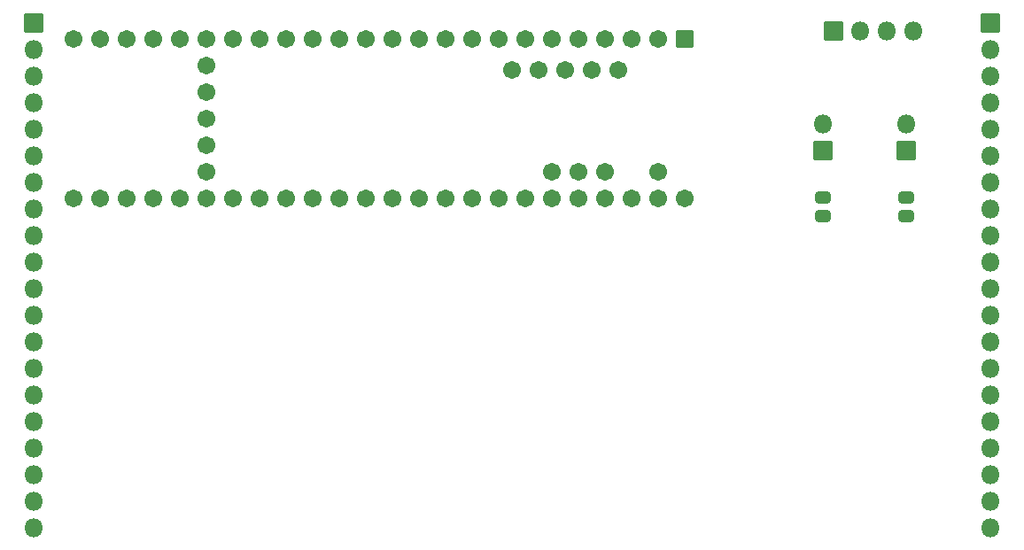
<source format=gbr>
G04 #@! TF.GenerationSoftware,KiCad,Pcbnew,(6.0.7-1)-1*
G04 #@! TF.CreationDate,2022-10-14T20:53:50-04:00*
G04 #@! TF.ProjectId,ebike_TFT,6562696b-655f-4544-9654-2e6b69636164,rev?*
G04 #@! TF.SameCoordinates,Original*
G04 #@! TF.FileFunction,Soldermask,Bot*
G04 #@! TF.FilePolarity,Negative*
%FSLAX46Y46*%
G04 Gerber Fmt 4.6, Leading zero omitted, Abs format (unit mm)*
G04 Created by KiCad (PCBNEW (6.0.7-1)-1) date 2022-10-14 20:53:50*
%MOMM*%
%LPD*%
G01*
G04 APERTURE LIST*
G04 Aperture macros list*
%AMRoundRect*
0 Rectangle with rounded corners*
0 $1 Rounding radius*
0 $2 $3 $4 $5 $6 $7 $8 $9 X,Y pos of 4 corners*
0 Add a 4 corners polygon primitive as box body*
4,1,4,$2,$3,$4,$5,$6,$7,$8,$9,$2,$3,0*
0 Add four circle primitives for the rounded corners*
1,1,$1+$1,$2,$3*
1,1,$1+$1,$4,$5*
1,1,$1+$1,$6,$7*
1,1,$1+$1,$8,$9*
0 Add four rect primitives between the rounded corners*
20,1,$1+$1,$2,$3,$4,$5,0*
20,1,$1+$1,$4,$5,$6,$7,0*
20,1,$1+$1,$6,$7,$8,$9,0*
20,1,$1+$1,$8,$9,$2,$3,0*%
G04 Aperture macros list end*
%ADD10C,1.702000*%
%ADD11RoundRect,0.051000X0.800000X0.800000X-0.800000X0.800000X-0.800000X-0.800000X0.800000X-0.800000X0*%
%ADD12RoundRect,0.051000X-0.850000X-0.850000X0.850000X-0.850000X0.850000X0.850000X-0.850000X0.850000X0*%
%ADD13O,1.802000X1.802000*%
%ADD14RoundRect,0.051000X0.850000X-0.850000X0.850000X0.850000X-0.850000X0.850000X-0.850000X-0.850000X0*%
%ADD15RoundRect,0.051000X0.850000X0.850000X-0.850000X0.850000X-0.850000X-0.850000X0.850000X-0.850000X0*%
%ADD16RoundRect,0.300999X0.450001X-0.262501X0.450001X0.262501X-0.450001X0.262501X-0.450001X-0.262501X0*%
G04 APERTURE END LIST*
D10*
X46990000Y-26924000D03*
X44450000Y-26924000D03*
X41910000Y-26924000D03*
X39370000Y-26924000D03*
X49530000Y-26924000D03*
X52070000Y-26924000D03*
X54610000Y-26924000D03*
X36830000Y-26924000D03*
X34290000Y-26924000D03*
X31750000Y-26924000D03*
X29210000Y-26924000D03*
X41910000Y-29464000D03*
X41910000Y-32004000D03*
X41910000Y-34544000D03*
X41910000Y-37084000D03*
X41910000Y-39624000D03*
X29210000Y-42164000D03*
X31750000Y-42164000D03*
X34290000Y-42164000D03*
X36830000Y-42164000D03*
X39370000Y-42164000D03*
X41910000Y-42164000D03*
X44450000Y-42164000D03*
X46990000Y-42164000D03*
X57150000Y-26924000D03*
X59690000Y-26924000D03*
X62230000Y-26924000D03*
X64770000Y-26924000D03*
X67310000Y-26924000D03*
X69850000Y-26924000D03*
X72390000Y-26924000D03*
X74930000Y-26924000D03*
X77470000Y-26924000D03*
X80010000Y-26924000D03*
X82550000Y-26924000D03*
X85090000Y-26924000D03*
D11*
X87630000Y-26924000D03*
D10*
X49530000Y-42164000D03*
X52070000Y-42164000D03*
X54610000Y-42164000D03*
X57150000Y-42164000D03*
X59690000Y-42164000D03*
X62230000Y-42164000D03*
X64770000Y-42164000D03*
X67310000Y-42164000D03*
X69850000Y-42164000D03*
X72390000Y-42164000D03*
X74930000Y-42164000D03*
X77470000Y-42164000D03*
X80010000Y-42164000D03*
X82550000Y-42164000D03*
X85090000Y-42164000D03*
X87630000Y-42164000D03*
X85090000Y-39624000D03*
X80010000Y-39624000D03*
X77470000Y-39624000D03*
X74930000Y-39624000D03*
X81280000Y-29924000D03*
X78740000Y-29924000D03*
X76200000Y-29924000D03*
X73660000Y-29924000D03*
X71120000Y-29924000D03*
D12*
X116840000Y-25400000D03*
D13*
X116840000Y-27940000D03*
X116840000Y-30480000D03*
X116840000Y-33020000D03*
X116840000Y-35560000D03*
X116840000Y-38100000D03*
X116840000Y-40640000D03*
X116840000Y-43180000D03*
X116840000Y-45720000D03*
X116840000Y-48260000D03*
X116840000Y-50800000D03*
X116840000Y-53340000D03*
X116840000Y-55880000D03*
X116840000Y-58420000D03*
X116840000Y-60960000D03*
X116840000Y-63500000D03*
X116840000Y-66040000D03*
X116840000Y-68580000D03*
X116840000Y-71120000D03*
X116840000Y-73660000D03*
D12*
X25400000Y-25400000D03*
D13*
X25400000Y-27940000D03*
X25400000Y-30480000D03*
X25400000Y-33020000D03*
X25400000Y-35560000D03*
X25400000Y-38100000D03*
X25400000Y-40640000D03*
X25400000Y-43180000D03*
X25400000Y-45720000D03*
X25400000Y-48260000D03*
X25400000Y-50800000D03*
X25400000Y-53340000D03*
X25400000Y-55880000D03*
X25400000Y-58420000D03*
X25400000Y-60960000D03*
X25400000Y-63500000D03*
X25400000Y-66040000D03*
X25400000Y-68580000D03*
X25400000Y-71120000D03*
X25400000Y-73660000D03*
D14*
X101800000Y-26200000D03*
D13*
X104340000Y-26200000D03*
X106880000Y-26200000D03*
X109420000Y-26200000D03*
D15*
X100850000Y-37650000D03*
D13*
X100850000Y-35110000D03*
D15*
X108800000Y-37650000D03*
D13*
X108800000Y-35110000D03*
D16*
X108800000Y-43912500D03*
X108800000Y-42087500D03*
X100800000Y-43912500D03*
X100800000Y-42087500D03*
M02*

</source>
